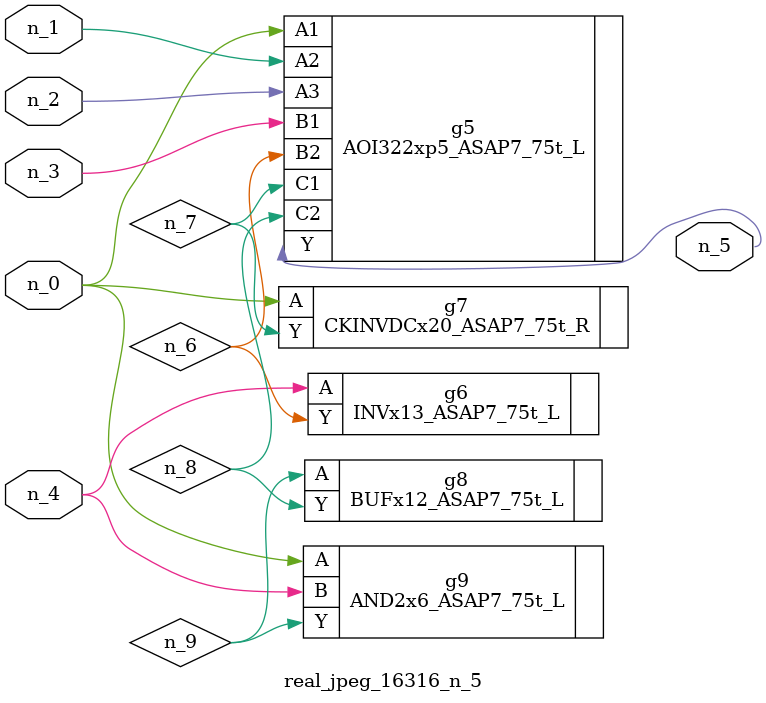
<source format=v>
module real_jpeg_16316_n_5 (n_4, n_0, n_1, n_2, n_3, n_5);

input n_4;
input n_0;
input n_1;
input n_2;
input n_3;

output n_5;

wire n_8;
wire n_6;
wire n_7;
wire n_9;

AOI322xp5_ASAP7_75t_L g5 ( 
.A1(n_0),
.A2(n_1),
.A3(n_2),
.B1(n_3),
.B2(n_6),
.C1(n_7),
.C2(n_8),
.Y(n_5)
);

CKINVDCx20_ASAP7_75t_R g7 ( 
.A(n_0),
.Y(n_7)
);

AND2x6_ASAP7_75t_L g9 ( 
.A(n_0),
.B(n_4),
.Y(n_9)
);

INVx13_ASAP7_75t_L g6 ( 
.A(n_4),
.Y(n_6)
);

BUFx12_ASAP7_75t_L g8 ( 
.A(n_9),
.Y(n_8)
);


endmodule
</source>
